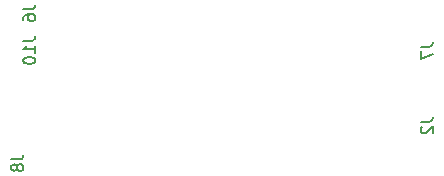
<source format=gbr>
%TF.GenerationSoftware,KiCad,Pcbnew,(5.1.9)-1*%
%TF.CreationDate,2021-01-23T19:14:43+00:00*%
%TF.ProjectId,RC-DC-Motor_Splitter,52432d44-432d-44d6-9f74-6f725f53706c,rev?*%
%TF.SameCoordinates,Original*%
%TF.FileFunction,Legend,Bot*%
%TF.FilePolarity,Positive*%
%FSLAX46Y46*%
G04 Gerber Fmt 4.6, Leading zero omitted, Abs format (unit mm)*
G04 Created by KiCad (PCBNEW (5.1.9)-1) date 2021-01-23 19:14:43*
%MOMM*%
%LPD*%
G01*
G04 APERTURE LIST*
%ADD10C,0.150000*%
G04 APERTURE END LIST*
%TO.C,J6*%
D10*
X94567380Y-79676666D02*
X95281666Y-79676666D01*
X95424523Y-79629047D01*
X95519761Y-79533809D01*
X95567380Y-79390952D01*
X95567380Y-79295714D01*
X94567380Y-80581428D02*
X94567380Y-80390952D01*
X94615000Y-80295714D01*
X94662619Y-80248095D01*
X94805476Y-80152857D01*
X94995952Y-80105238D01*
X95376904Y-80105238D01*
X95472142Y-80152857D01*
X95519761Y-80200476D01*
X95567380Y-80295714D01*
X95567380Y-80486190D01*
X95519761Y-80581428D01*
X95472142Y-80629047D01*
X95376904Y-80676666D01*
X95138809Y-80676666D01*
X95043571Y-80629047D01*
X94995952Y-80581428D01*
X94948333Y-80486190D01*
X94948333Y-80295714D01*
X94995952Y-80200476D01*
X95043571Y-80152857D01*
X95138809Y-80105238D01*
%TO.C,J10*%
X94567380Y-82375476D02*
X95281666Y-82375476D01*
X95424523Y-82327857D01*
X95519761Y-82232619D01*
X95567380Y-82089761D01*
X95567380Y-81994523D01*
X95567380Y-83375476D02*
X95567380Y-82804047D01*
X95567380Y-83089761D02*
X94567380Y-83089761D01*
X94710238Y-82994523D01*
X94805476Y-82899285D01*
X94853095Y-82804047D01*
X94567380Y-83994523D02*
X94567380Y-84089761D01*
X94615000Y-84185000D01*
X94662619Y-84232619D01*
X94757857Y-84280238D01*
X94948333Y-84327857D01*
X95186428Y-84327857D01*
X95376904Y-84280238D01*
X95472142Y-84232619D01*
X95519761Y-84185000D01*
X95567380Y-84089761D01*
X95567380Y-83994523D01*
X95519761Y-83899285D01*
X95472142Y-83851666D01*
X95376904Y-83804047D01*
X95186428Y-83756428D01*
X94948333Y-83756428D01*
X94757857Y-83804047D01*
X94662619Y-83851666D01*
X94615000Y-83899285D01*
X94567380Y-83994523D01*
%TO.C,J7*%
X128222380Y-82851666D02*
X128936666Y-82851666D01*
X129079523Y-82804047D01*
X129174761Y-82708809D01*
X129222380Y-82565952D01*
X129222380Y-82470714D01*
X128222380Y-83232619D02*
X128222380Y-83899285D01*
X129222380Y-83470714D01*
%TO.C,J2*%
X128222380Y-89201666D02*
X128936666Y-89201666D01*
X129079523Y-89154047D01*
X129174761Y-89058809D01*
X129222380Y-88915952D01*
X129222380Y-88820714D01*
X128317619Y-89630238D02*
X128270000Y-89677857D01*
X128222380Y-89773095D01*
X128222380Y-90011190D01*
X128270000Y-90106428D01*
X128317619Y-90154047D01*
X128412857Y-90201666D01*
X128508095Y-90201666D01*
X128650952Y-90154047D01*
X129222380Y-89582619D01*
X129222380Y-90201666D01*
%TO.C,J8*%
X93567380Y-92376666D02*
X94281666Y-92376666D01*
X94424523Y-92329047D01*
X94519761Y-92233809D01*
X94567380Y-92090952D01*
X94567380Y-91995714D01*
X93995952Y-92995714D02*
X93948333Y-92900476D01*
X93900714Y-92852857D01*
X93805476Y-92805238D01*
X93757857Y-92805238D01*
X93662619Y-92852857D01*
X93615000Y-92900476D01*
X93567380Y-92995714D01*
X93567380Y-93186190D01*
X93615000Y-93281428D01*
X93662619Y-93329047D01*
X93757857Y-93376666D01*
X93805476Y-93376666D01*
X93900714Y-93329047D01*
X93948333Y-93281428D01*
X93995952Y-93186190D01*
X93995952Y-92995714D01*
X94043571Y-92900476D01*
X94091190Y-92852857D01*
X94186428Y-92805238D01*
X94376904Y-92805238D01*
X94472142Y-92852857D01*
X94519761Y-92900476D01*
X94567380Y-92995714D01*
X94567380Y-93186190D01*
X94519761Y-93281428D01*
X94472142Y-93329047D01*
X94376904Y-93376666D01*
X94186428Y-93376666D01*
X94091190Y-93329047D01*
X94043571Y-93281428D01*
X93995952Y-93186190D01*
%TD*%
M02*

</source>
